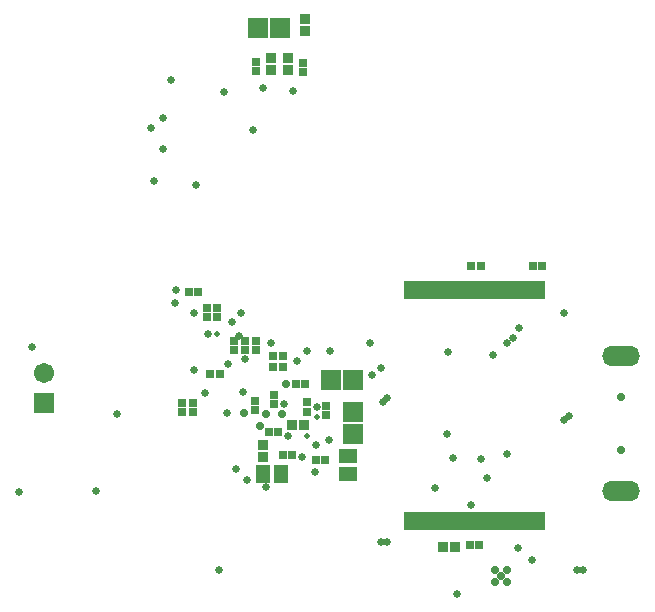
<source format=gbr>
%TF.GenerationSoftware,Altium Limited,Altium Designer,20.0.12 (288)*%
G04 Layer_Color=16711935*
%FSLAX43Y43*%
%MOMM*%
%TF.FileFunction,Soldermask,Bot*%
%TF.Part,Single*%
G01*
G75*
%TA.AperFunction,ViaPad*%
%ADD47C,0.508*%
%TA.AperFunction,SMDPad,CuDef*%
%ADD57R,1.653X1.753*%
%ADD58R,1.753X1.653*%
%ADD59R,0.783X0.743*%
%ADD60R,0.743X0.783*%
%ADD61R,0.853X0.853*%
%ADD62R,1.593X1.193*%
%ADD63R,0.853X0.853*%
%ADD64R,1.193X1.593*%
%ADD65R,0.483X1.626*%
%TA.AperFunction,ComponentPad*%
%ADD66C,1.703*%
%ADD67R,1.703X1.703*%
%ADD68C,0.703*%
%ADD69O,3.203X1.703*%
%TA.AperFunction,ViaPad*%
%ADD70C,0.703*%
%ADD71C,0.635*%
%ADD72C,0.711*%
D47*
X103141Y59656D02*
D03*
X103988Y61290D02*
D03*
X95580Y68275D02*
D03*
D57*
X107086Y64389D02*
D03*
X105236D02*
D03*
X100874Y94183D02*
D03*
X99024D02*
D03*
D58*
X107061Y61692D02*
D03*
Y59842D02*
D03*
D59*
X100745Y59995D02*
D03*
X99965D02*
D03*
X104699Y57633D02*
D03*
X103919D02*
D03*
X101914Y58014D02*
D03*
X101134D02*
D03*
X94987Y64897D02*
D03*
X95767D02*
D03*
X100321Y65532D02*
D03*
X101101D02*
D03*
X101101Y66421D02*
D03*
X100321D02*
D03*
X102226Y64084D02*
D03*
X103006D02*
D03*
X93149Y71857D02*
D03*
X93929D02*
D03*
X117738Y50394D02*
D03*
X116958D02*
D03*
X117874Y74041D02*
D03*
X117094D02*
D03*
X122308D02*
D03*
X123088D02*
D03*
D60*
X103200Y61713D02*
D03*
Y62493D02*
D03*
X92583Y62468D02*
D03*
Y61688D02*
D03*
X93497Y62477D02*
D03*
Y61697D02*
D03*
X98806Y61831D02*
D03*
Y62611D02*
D03*
X100381Y62373D02*
D03*
Y63153D02*
D03*
X98831Y66911D02*
D03*
Y67691D02*
D03*
X97028Y66929D02*
D03*
Y67709D02*
D03*
X104800Y61425D02*
D03*
Y62205D02*
D03*
X97917Y67700D02*
D03*
Y66920D02*
D03*
X94666Y70469D02*
D03*
Y69689D02*
D03*
X95580Y69689D02*
D03*
Y70469D02*
D03*
X98882Y90517D02*
D03*
Y91297D02*
D03*
X102870Y91271D02*
D03*
Y90491D02*
D03*
D61*
X102938Y60579D02*
D03*
X101938D02*
D03*
X114681Y50216D02*
D03*
X115681D02*
D03*
D62*
X106604Y56420D02*
D03*
Y57930D02*
D03*
D63*
X99466Y58895D02*
D03*
Y57895D02*
D03*
X100152Y91661D02*
D03*
Y90661D02*
D03*
X101575Y90653D02*
D03*
Y91653D02*
D03*
X102972Y94929D02*
D03*
Y93929D02*
D03*
D64*
X99473Y56439D02*
D03*
X100983D02*
D03*
D65*
X123098Y52489D02*
D03*
X122598D02*
D03*
X122098D02*
D03*
X121598D02*
D03*
X121098D02*
D03*
X120598D02*
D03*
X120098D02*
D03*
X119598D02*
D03*
X119098D02*
D03*
X118598D02*
D03*
X118098D02*
D03*
X117598D02*
D03*
X117098D02*
D03*
X116598D02*
D03*
X116098D02*
D03*
X115598D02*
D03*
X115098D02*
D03*
X114598D02*
D03*
X114098D02*
D03*
X113598D02*
D03*
X113098D02*
D03*
X112598D02*
D03*
X112098D02*
D03*
X111598D02*
D03*
X111598Y71971D02*
D03*
X112098D02*
D03*
X112598D02*
D03*
X113098D02*
D03*
X113598D02*
D03*
X114098D02*
D03*
X114598D02*
D03*
X115098D02*
D03*
X115598D02*
D03*
X116098D02*
D03*
X116598D02*
D03*
X117098D02*
D03*
X117598D02*
D03*
X118098D02*
D03*
X118598D02*
D03*
X119098D02*
D03*
X119598D02*
D03*
X120098D02*
D03*
X120598D02*
D03*
X121098D02*
D03*
X121598D02*
D03*
X122098D02*
D03*
X122598D02*
D03*
X123098D02*
D03*
D66*
X80874Y65024D02*
D03*
D67*
Y62484D02*
D03*
D68*
X129718Y58441D02*
D03*
Y62941D02*
D03*
D69*
Y54991D02*
D03*
Y66391D02*
D03*
D70*
X119580Y47800D02*
D03*
X119080Y47300D02*
D03*
X120080D02*
D03*
Y48300D02*
D03*
X119080D02*
D03*
D71*
X99449Y89112D02*
D03*
X90988Y86614D02*
D03*
X96105Y88752D02*
D03*
X90988Y83941D02*
D03*
X98624Y85573D02*
D03*
X101956Y88824D02*
D03*
X89934Y85704D02*
D03*
X91694Y89764D02*
D03*
X105100Y66853D02*
D03*
X99688Y55369D02*
D03*
X103881Y56641D02*
D03*
X100081Y67504D02*
D03*
X97384Y68145D02*
D03*
X97917Y66209D02*
D03*
X109449Y50673D02*
D03*
X109969D02*
D03*
X102768Y57861D02*
D03*
X96368Y61595D02*
D03*
X95742Y48287D02*
D03*
X102311Y65989D02*
D03*
X101244Y62382D02*
D03*
X97739Y63398D02*
D03*
X87097Y61544D02*
D03*
X122238Y49161D02*
D03*
X115878Y46303D02*
D03*
X117094Y53848D02*
D03*
X121006Y50165D02*
D03*
X124968Y70028D02*
D03*
X97155Y56896D02*
D03*
X79908Y67208D02*
D03*
X78816Y54915D02*
D03*
X118440Y56058D02*
D03*
X117907Y57683D02*
D03*
X120142Y58115D02*
D03*
X115570Y57785D02*
D03*
X115011Y59792D02*
D03*
X113995Y55220D02*
D03*
X108534Y67564D02*
D03*
X120625Y67945D02*
D03*
X115113Y66777D02*
D03*
X120066Y67488D02*
D03*
X118923Y66523D02*
D03*
X121158Y68809D02*
D03*
X109474Y65380D02*
D03*
X108687Y64805D02*
D03*
X126027Y48293D02*
D03*
X126555Y48285D02*
D03*
X125311Y61354D02*
D03*
X124943Y60985D02*
D03*
X109982Y62865D02*
D03*
X109614Y62497D02*
D03*
X98069Y55931D02*
D03*
X85268Y55016D02*
D03*
X92075Y72009D02*
D03*
X90221Y81229D02*
D03*
X93760Y80924D02*
D03*
X97561Y70053D02*
D03*
X103175Y66878D02*
D03*
X96520Y65710D02*
D03*
X101575Y59690D02*
D03*
X93599Y65278D02*
D03*
X96809Y69289D02*
D03*
X103937Y58928D02*
D03*
X94539Y63322D02*
D03*
X105029Y59309D02*
D03*
X103988Y62103D02*
D03*
X94793Y68275D02*
D03*
X91999Y70891D02*
D03*
X93624Y70053D02*
D03*
D72*
X101371Y64084D02*
D03*
X101041Y61544D02*
D03*
X97815Y61595D02*
D03*
X99187Y60477D02*
D03*
X99720Y61544D02*
D03*
%TF.MD5,341eedc39eab0b5346a49b8c3d3ccb88*%
M02*

</source>
